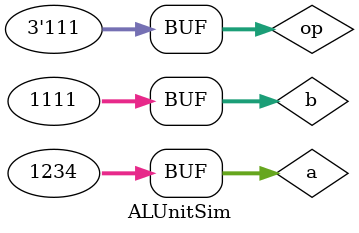
<source format=v>
`timescale 1ns / 1ps

module ALUnitSim();
    reg [31:0] a;
    reg [31:0] b;
    reg [2:0] op;

    wire [31:0] result;
    wire zero;

    ALUnit alu(
        .a(a),
        .b(b),
        .op(op),
        .result(result),
        .zero(zero)
    );

    initial begin
        a = 0;
        b = 0;
        op = 0;

        // a + b
        #100
        a = 11;
        b = 1;
        op = 3'B000;

        // a - b
        #100
        a = 11;
        b = 1;
        op = 3'B001;

        // b << a
        #100
        a = -6;
        b = -1234;
        op = 3'B010;

        // a | b
        #100
        a = 1234;
        b = 1111;
        op = 3'B011;

        // a & b
        #100
        a = 1234;
        b = 1111;
        op = 3'B100;

        // a < b unsigned
        #100
        a = -12;
        b = 11;
        op = 3'B101;

        // a < b signed
        #100
        a = -12;
        b = -11;
        op = 3'B110;

        // a ^ b
        #100
        a = 1234;
        b = 1111;
        op = 3'B111;
    end
endmodule

</source>
